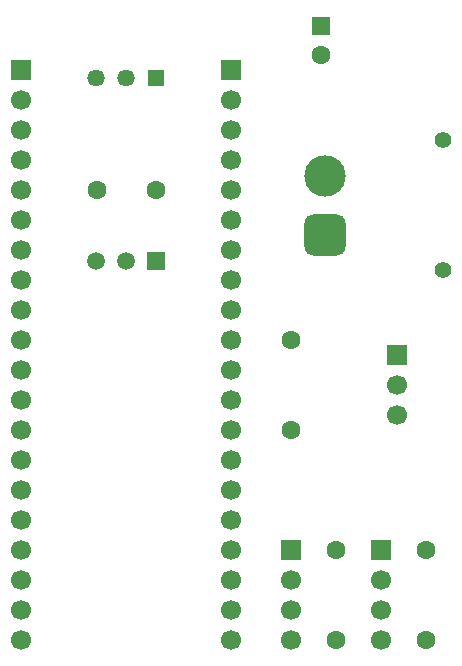
<source format=gbr>
%TF.GenerationSoftware,KiCad,Pcbnew,9.0.6*%
%TF.CreationDate,2025-12-26T01:32:08+09:00*%
%TF.ProjectId,PicomniRover,5069636f-6d6e-4695-926f-7665722e6b69,rev?*%
%TF.SameCoordinates,Original*%
%TF.FileFunction,Soldermask,Top*%
%TF.FilePolarity,Negative*%
%FSLAX46Y46*%
G04 Gerber Fmt 4.6, Leading zero omitted, Abs format (unit mm)*
G04 Created by KiCad (PCBNEW 9.0.6) date 2025-12-26 01:32:08*
%MOMM*%
%LPD*%
G01*
G04 APERTURE LIST*
G04 Aperture macros list*
%AMRoundRect*
0 Rectangle with rounded corners*
0 $1 Rounding radius*
0 $2 $3 $4 $5 $6 $7 $8 $9 X,Y pos of 4 corners*
0 Add a 4 corners polygon primitive as box body*
4,1,4,$2,$3,$4,$5,$6,$7,$8,$9,$2,$3,0*
0 Add four circle primitives for the rounded corners*
1,1,$1+$1,$2,$3*
1,1,$1+$1,$4,$5*
1,1,$1+$1,$6,$7*
1,1,$1+$1,$8,$9*
0 Add four rect primitives between the rounded corners*
20,1,$1+$1,$2,$3,$4,$5,0*
20,1,$1+$1,$4,$5,$6,$7,0*
20,1,$1+$1,$6,$7,$8,$9,0*
20,1,$1+$1,$8,$9,$2,$3,0*%
G04 Aperture macros list end*
%ADD10R,1.700000X1.700000*%
%ADD11C,1.700000*%
%ADD12R,1.500000X1.500000*%
%ADD13C,1.500000*%
%ADD14C,1.600000*%
%ADD15R,1.462000X1.462000*%
%ADD16C,1.462000*%
%ADD17RoundRect,0.250000X-0.550000X0.550000X-0.550000X-0.550000X0.550000X-0.550000X0.550000X0.550000X0*%
%ADD18C,1.400000*%
%ADD19RoundRect,0.770000X-0.980000X0.980000X-0.980000X-0.980000X0.980000X-0.980000X0.980000X0.980000X0*%
%ADD20C,3.500000*%
G04 APERTURE END LIST*
D10*
%TO.C,J5*%
X82615000Y-77460000D03*
D11*
X82615000Y-80000000D03*
X82615000Y-82540000D03*
%TD*%
D10*
%TO.C,J4*%
X81280000Y-93980000D03*
D11*
X81280000Y-96520000D03*
X81280000Y-99060000D03*
X81280000Y-101600000D03*
%TD*%
D12*
%TO.C,Q1*%
X62230000Y-69490000D03*
D13*
X59690000Y-69490000D03*
X57150000Y-69490000D03*
%TD*%
D14*
%TO.C,R1*%
X77470000Y-101600000D03*
X77470000Y-93980000D03*
%TD*%
%TO.C,R3*%
X73660000Y-83820000D03*
X73660000Y-76200000D03*
%TD*%
D10*
%TO.C,J1*%
X50800000Y-53340000D03*
D11*
X50800000Y-55880000D03*
X50800000Y-58420000D03*
X50800000Y-60960000D03*
X50800000Y-63500000D03*
X50800000Y-66040000D03*
X50800000Y-68580000D03*
X50800000Y-71120000D03*
X50800000Y-73660000D03*
X50800000Y-76200000D03*
X50800000Y-78740000D03*
X50800000Y-81280000D03*
X50800000Y-83820000D03*
X50800000Y-86360000D03*
X50800000Y-88900000D03*
X50800000Y-91440000D03*
X50800000Y-93980000D03*
X50800000Y-96520000D03*
X50800000Y-99060000D03*
X50800000Y-101600000D03*
%TD*%
D10*
%TO.C,J3*%
X73660000Y-93980000D03*
D11*
X73660000Y-96520000D03*
X73660000Y-99060000D03*
X73660000Y-101600000D03*
%TD*%
D15*
%TO.C,PS1*%
X62230000Y-53975000D03*
D16*
X59690000Y-53975000D03*
X57150000Y-53975000D03*
%TD*%
D14*
%TO.C,C1*%
X57190000Y-63500000D03*
X62190000Y-63500000D03*
%TD*%
D10*
%TO.C,J2*%
X68580000Y-53340000D03*
D11*
X68580000Y-55880000D03*
X68580000Y-58420000D03*
X68580000Y-60960000D03*
X68580000Y-63500000D03*
X68580000Y-66040000D03*
X68580000Y-68580000D03*
X68580000Y-71120000D03*
X68580000Y-73660000D03*
X68580000Y-76200000D03*
X68580000Y-78740000D03*
X68580000Y-81280000D03*
X68580000Y-83820000D03*
X68580000Y-86360000D03*
X68580000Y-88900000D03*
X68580000Y-91440000D03*
X68580000Y-93980000D03*
X68580000Y-96520000D03*
X68580000Y-99060000D03*
X68580000Y-101600000D03*
%TD*%
D17*
%TO.C,C2*%
X76200000Y-49570000D03*
D14*
X76200000Y-52070000D03*
%TD*%
%TO.C,R2*%
X85090000Y-101600000D03*
X85090000Y-93980000D03*
%TD*%
D18*
%TO.C,J6*%
X86500000Y-59270000D03*
X86500000Y-70270000D03*
D19*
X76500000Y-67270000D03*
D20*
X76500000Y-62270000D03*
%TD*%
M02*

</source>
